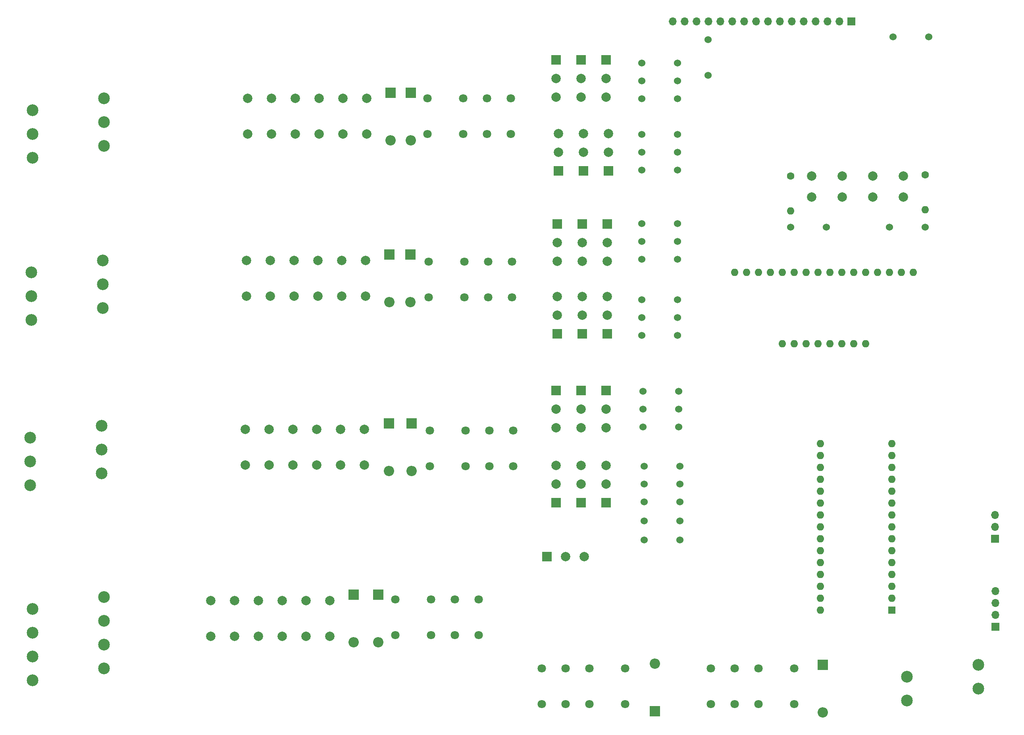
<source format=gts>
%TF.GenerationSoftware,KiCad,Pcbnew,(5.1.6)-1*%
%TF.CreationDate,2021-08-19T12:25:39+02:00*%
%TF.ProjectId,_Asclepios-Ohmmeter-v2,b5417363-6c65-4706-996f-732d4f686d6d,rev?*%
%TF.SameCoordinates,PXc65d40PYa4fc540*%
%TF.FileFunction,Soldermask,Top*%
%TF.FilePolarity,Negative*%
%FSLAX46Y46*%
G04 Gerber Fmt 4.6, Leading zero omitted, Abs format (unit mm)*
G04 Created by KiCad (PCBNEW (5.1.6)-1) date 2021-08-19 12:25:39*
%MOMM*%
%LPD*%
G01*
G04 APERTURE LIST*
%ADD10C,2.500000*%
%ADD11C,2.000000*%
%ADD12O,2.200000X2.200000*%
%ADD13R,2.200000X2.200000*%
%ADD14O,1.700000X1.700000*%
%ADD15R,1.700000X1.700000*%
%ADD16R,2.000000X2.000000*%
%ADD17C,1.600000*%
%ADD18O,1.600000X1.600000*%
%ADD19R,1.600000X1.600000*%
%ADD20C,1.800000*%
%ADD21C,1.524000*%
G04 APERTURE END LIST*
D10*
%TO.C,J1*%
X34830000Y126316000D03*
X19590000Y123776000D03*
X34830000Y131406000D03*
X34830000Y136486000D03*
X19590000Y128866000D03*
X19590000Y133946000D03*
%TD*%
%TO.C,J2*%
X34576000Y91710000D03*
X19336000Y89170000D03*
X34576000Y96800000D03*
X34576000Y101880000D03*
X19336000Y94260000D03*
X19336000Y99340000D03*
%TD*%
%TO.C,J3*%
X34322000Y56404000D03*
X19082000Y53864000D03*
X34322000Y61494000D03*
X34322000Y66574000D03*
X19082000Y58954000D03*
X19082000Y64034000D03*
%TD*%
%TO.C,JC1*%
X34830000Y14758000D03*
X34830000Y19838000D03*
X19590000Y12218000D03*
X19590000Y17298000D03*
%TD*%
%TO.C,JCI1*%
X34830000Y24918000D03*
X34830000Y29998000D03*
X19590000Y22378000D03*
X19590000Y27458000D03*
%TD*%
D11*
%TO.C,K41*%
X90886000Y136486000D03*
X85806000Y136486000D03*
X80726000Y136486000D03*
X75646000Y136486000D03*
X70566000Y136486000D03*
X65486000Y136486000D03*
X65486000Y128866000D03*
X70566000Y128866000D03*
X75646000Y128866000D03*
X80726000Y128866000D03*
X85806000Y128866000D03*
X90886000Y128866000D03*
%TD*%
%TO.C,K42*%
X90632000Y101880000D03*
X85552000Y101880000D03*
X80472000Y101880000D03*
X75392000Y101880000D03*
X70312000Y101880000D03*
X65232000Y101880000D03*
X65232000Y94260000D03*
X70312000Y94260000D03*
X75392000Y94260000D03*
X80472000Y94260000D03*
X85552000Y94260000D03*
X90632000Y94260000D03*
%TD*%
%TO.C,K43*%
X90378000Y65812000D03*
X85298000Y65812000D03*
X80218000Y65812000D03*
X75138000Y65812000D03*
X70058000Y65812000D03*
X64978000Y65812000D03*
X64978000Y58192000D03*
X70058000Y58192000D03*
X75138000Y58192000D03*
X80218000Y58192000D03*
X85298000Y58192000D03*
X90378000Y58192000D03*
%TD*%
%TO.C,KC1*%
X83012000Y29236000D03*
X77932000Y29236000D03*
X72852000Y29236000D03*
X67772000Y29236000D03*
X62692000Y29236000D03*
X57612000Y29236000D03*
X57612000Y21616000D03*
X62692000Y21616000D03*
X67772000Y21616000D03*
X72852000Y21616000D03*
X77932000Y21616000D03*
X83012000Y21616000D03*
%TD*%
D12*
%TO.C,DI1*%
X93299000Y20346000D03*
D13*
X93299000Y30506000D03*
%TD*%
D14*
%TO.C,JUSB1*%
X224998000Y31268000D03*
X224998000Y28728000D03*
X224998000Y26188000D03*
D15*
X224998000Y23648000D03*
%TD*%
D11*
%TO.C,Q16*%
X131272000Y54128000D03*
X131282000Y58108000D03*
D16*
X131282000Y50128000D03*
%TD*%
D11*
%TO.C,Q19*%
X133304000Y38634000D03*
X137284000Y38624000D03*
D16*
X129304000Y38624000D03*
%TD*%
D11*
%TO.C,Q18*%
X141940000Y54128000D03*
X141950000Y58108000D03*
D16*
X141950000Y50128000D03*
%TD*%
D11*
%TO.C,Q17*%
X136606000Y54128000D03*
X136616000Y58108000D03*
D16*
X136616000Y50128000D03*
%TD*%
D11*
%TO.C,Q15*%
X141940000Y70130000D03*
X141930000Y66150000D03*
D16*
X141930000Y74130000D03*
%TD*%
D11*
%TO.C,Q14*%
X136606000Y70130000D03*
X136596000Y66150000D03*
D16*
X136596000Y74130000D03*
%TD*%
D11*
%TO.C,Q13*%
X131272000Y70130000D03*
X131262000Y66150000D03*
D16*
X131262000Y74130000D03*
%TD*%
D11*
%TO.C,Q11*%
X136860000Y90196000D03*
X136870000Y94176000D03*
D16*
X136870000Y86196000D03*
%TD*%
D11*
%TO.C,Q12*%
X142194000Y90196000D03*
X142204000Y94176000D03*
D16*
X142204000Y86196000D03*
%TD*%
D11*
%TO.C,Q9*%
X142194000Y105690000D03*
X142184000Y101710000D03*
D16*
X142184000Y109690000D03*
%TD*%
D11*
%TO.C,Q8*%
X136860000Y105690000D03*
X136850000Y101710000D03*
D16*
X136850000Y109690000D03*
%TD*%
D11*
%TO.C,Q7*%
X131526000Y105690000D03*
X131516000Y101710000D03*
D16*
X131516000Y109690000D03*
%TD*%
D11*
%TO.C,Q10*%
X131526000Y90196000D03*
X131536000Y94176000D03*
D16*
X131536000Y86196000D03*
%TD*%
D11*
%TO.C,Q5*%
X137063000Y125021200D03*
X137073000Y129001200D03*
D16*
X137073000Y121021200D03*
%TD*%
D11*
%TO.C,Q6*%
X142397000Y125021200D03*
X142407000Y129001200D03*
D16*
X142407000Y121021200D03*
%TD*%
D11*
%TO.C,Q3*%
X141915000Y140695800D03*
X141905000Y136715800D03*
D16*
X141905000Y144695800D03*
%TD*%
D11*
%TO.C,Q2*%
X136581000Y140695800D03*
X136571000Y136715800D03*
D16*
X136571000Y144695800D03*
%TD*%
D11*
%TO.C,Q1*%
X131247000Y140695800D03*
X131237000Y136715800D03*
D16*
X131237000Y144695800D03*
%TD*%
D11*
%TO.C,Q4*%
X131729000Y125021200D03*
X131739000Y129001200D03*
D16*
X131739000Y121021200D03*
%TD*%
D17*
%TO.C,C1*%
X181310000Y119914000D03*
D18*
X181310000Y112414000D03*
%TD*%
D17*
%TO.C,C2*%
X210012000Y120168000D03*
D18*
X210012000Y112668000D03*
%TD*%
D12*
%TO.C,D21*%
X100284000Y127534000D03*
D13*
X100284000Y137694000D03*
%TD*%
D12*
%TO.C,D22*%
X100157000Y92990000D03*
D13*
X100157000Y103150000D03*
%TD*%
D12*
%TO.C,D23*%
X100411000Y56922000D03*
D13*
X100411000Y67082000D03*
%TD*%
D12*
%TO.C,D41*%
X95966000Y127534000D03*
D13*
X95966000Y137694000D03*
%TD*%
D12*
%TO.C,D42*%
X95712000Y92990000D03*
D13*
X95712000Y103150000D03*
%TD*%
D12*
%TO.C,D43*%
X95585000Y56922000D03*
D13*
X95585000Y67082000D03*
%TD*%
D12*
%TO.C,DA1*%
X152354000Y15774000D03*
D13*
X152354000Y5614000D03*
%TD*%
D12*
%TO.C,DC1*%
X88092000Y20346000D03*
D13*
X88092000Y30506000D03*
%TD*%
D12*
%TO.C,DS1*%
X188168000Y5360000D03*
D13*
X188168000Y15520000D03*
%TD*%
D18*
%TO.C,JA1*%
X187660000Y62764000D03*
X202900000Y62764000D03*
X187660000Y27204000D03*
X202900000Y60224000D03*
X187660000Y29744000D03*
X202900000Y57684000D03*
X187660000Y32284000D03*
X202900000Y55144000D03*
X187660000Y34824000D03*
X202900000Y52604000D03*
X187660000Y37364000D03*
X202900000Y50064000D03*
X187660000Y39904000D03*
X202900000Y47524000D03*
X187660000Y42444000D03*
X202900000Y44984000D03*
X187660000Y44984000D03*
X202900000Y42444000D03*
X187660000Y47524000D03*
X202900000Y39904000D03*
X187660000Y50064000D03*
X202900000Y37364000D03*
X187660000Y52604000D03*
X202900000Y34824000D03*
X187660000Y55144000D03*
X202900000Y32284000D03*
X187660000Y57684000D03*
X202900000Y29744000D03*
X187660000Y60224000D03*
D19*
X202900000Y27204000D03*
%TD*%
D14*
%TO.C,JE1*%
X156164000Y152934000D03*
X158704000Y152934000D03*
X161244000Y152934000D03*
X163784000Y152934000D03*
X166324000Y152934000D03*
X168864000Y152934000D03*
X171404000Y152934000D03*
X173944000Y152934000D03*
X176484000Y152934000D03*
X179024000Y152934000D03*
X181564000Y152934000D03*
X184104000Y152934000D03*
X186644000Y152934000D03*
X189184000Y152934000D03*
X191724000Y152934000D03*
D15*
X194264000Y152934000D03*
%TD*%
D10*
%TO.C,JEX1*%
X206124000Y12980000D03*
X206124000Y7900000D03*
X221364000Y15520000D03*
X221364000Y10440000D03*
%TD*%
D18*
%TO.C,JM1*%
X169372000Y99340000D03*
X207472000Y99340000D03*
X171912000Y99340000D03*
X174452000Y99340000D03*
X176992000Y99340000D03*
X179532000Y99340000D03*
X197312000Y84100000D03*
X182072000Y99340000D03*
X194772000Y84100000D03*
X184612000Y99340000D03*
X192232000Y84100000D03*
X187152000Y99340000D03*
X189692000Y84100000D03*
X189692000Y99340000D03*
X187152000Y84100000D03*
X192232000Y99340000D03*
X184612000Y84100000D03*
X194772000Y99340000D03*
X182072000Y84100000D03*
X197312000Y99340000D03*
X179532000Y84100000D03*
X199852000Y99340000D03*
X202392000Y99340000D03*
X204932000Y99340000D03*
%TD*%
D20*
%TO.C,K21*%
X121620000Y128866000D03*
X121620000Y136486000D03*
X116540000Y136486000D03*
X116540000Y128866000D03*
X111460000Y136486000D03*
X111460000Y128866000D03*
X103840000Y136486000D03*
X103840000Y128866000D03*
%TD*%
%TO.C,K22*%
X121874000Y94006000D03*
X121874000Y101626000D03*
X116794000Y101626000D03*
X116794000Y94006000D03*
X111714000Y101626000D03*
X111714000Y94006000D03*
X104094000Y101626000D03*
X104094000Y94006000D03*
%TD*%
%TO.C,K23*%
X122128000Y57938000D03*
X122128000Y65558000D03*
X117048000Y65558000D03*
X117048000Y57938000D03*
X111968000Y65558000D03*
X111968000Y57938000D03*
X104348000Y65558000D03*
X104348000Y57938000D03*
%TD*%
%TO.C,KA1*%
X128224000Y14758000D03*
X128224000Y7138000D03*
X133304000Y7138000D03*
X133304000Y14758000D03*
X138384000Y7138000D03*
X138384000Y14758000D03*
X146004000Y7138000D03*
X146004000Y14758000D03*
%TD*%
%TO.C,Ki1*%
X114762000Y21870000D03*
X114762000Y29490000D03*
X109682000Y29490000D03*
X109682000Y21870000D03*
X104602000Y29490000D03*
X104602000Y21870000D03*
X96982000Y29490000D03*
X96982000Y21870000D03*
%TD*%
%TO.C,KS1*%
X164292000Y14758000D03*
X164292000Y7138000D03*
X169372000Y7138000D03*
X169372000Y14758000D03*
X174452000Y7138000D03*
X174452000Y14758000D03*
X182072000Y7138000D03*
X182072000Y14758000D03*
%TD*%
D21*
%TO.C,R1*%
X149560000Y136424000D03*
X157180000Y136424000D03*
%TD*%
%TO.C,R2*%
X149560000Y144044000D03*
X157180000Y144044000D03*
%TD*%
%TO.C,R3*%
X149560000Y140234000D03*
X157180000Y140234000D03*
%TD*%
%TO.C,R4*%
X149560000Y121184000D03*
X157180000Y121184000D03*
%TD*%
%TO.C,R5*%
X149560000Y128804000D03*
X157180000Y128804000D03*
%TD*%
%TO.C,R6*%
X149560000Y124994000D03*
X157180000Y124994000D03*
%TD*%
%TO.C,R7*%
X149560000Y102134000D03*
X157180000Y102134000D03*
%TD*%
%TO.C,R8*%
X149560000Y109754000D03*
X157180000Y109754000D03*
%TD*%
%TO.C,R9*%
X149560000Y105944000D03*
X157180000Y105944000D03*
%TD*%
%TO.C,R10*%
X149560000Y85878000D03*
X157180000Y85878000D03*
%TD*%
%TO.C,R11*%
X149560000Y93498000D03*
X157180000Y93498000D03*
%TD*%
%TO.C,R12*%
X149560000Y89688000D03*
X157180000Y89688000D03*
%TD*%
%TO.C,R13*%
X149814000Y66320000D03*
X157434000Y66320000D03*
%TD*%
%TO.C,R14*%
X149814000Y73940000D03*
X157434000Y73940000D03*
%TD*%
%TO.C,R15*%
X149814000Y70130000D03*
X157434000Y70130000D03*
%TD*%
%TO.C,R16*%
X150068000Y50318000D03*
X157688000Y50318000D03*
%TD*%
%TO.C,R17*%
X150068000Y57938000D03*
X157688000Y57938000D03*
%TD*%
%TO.C,R18*%
X150068000Y54128000D03*
X157688000Y54128000D03*
%TD*%
%TO.C,R19*%
X150068000Y46254000D03*
X157688000Y46254000D03*
%TD*%
%TO.C,R22*%
X163657000Y141377000D03*
X163657000Y148997000D03*
%TD*%
%TO.C,R23*%
X210774000Y149632000D03*
X203154000Y149632000D03*
%TD*%
%TO.C,Rb1*%
X188930000Y108992000D03*
X181310000Y108992000D03*
%TD*%
%TO.C,Rb2*%
X202392000Y108992000D03*
X210012000Y108992000D03*
%TD*%
%TO.C,RC1*%
X150068000Y42190000D03*
X157688000Y42190000D03*
%TD*%
D11*
%TO.C,SW1*%
X192255000Y119914000D03*
X192255000Y115414000D03*
X185755000Y119914000D03*
X185755000Y115414000D03*
%TD*%
%TO.C,SW2*%
X205336000Y119914000D03*
X205336000Y115414000D03*
X198836000Y119914000D03*
X198836000Y115414000D03*
%TD*%
D14*
%TO.C,JLed1*%
X224871000Y47524000D03*
X224871000Y44984000D03*
D15*
X224871000Y42444000D03*
%TD*%
M02*

</source>
